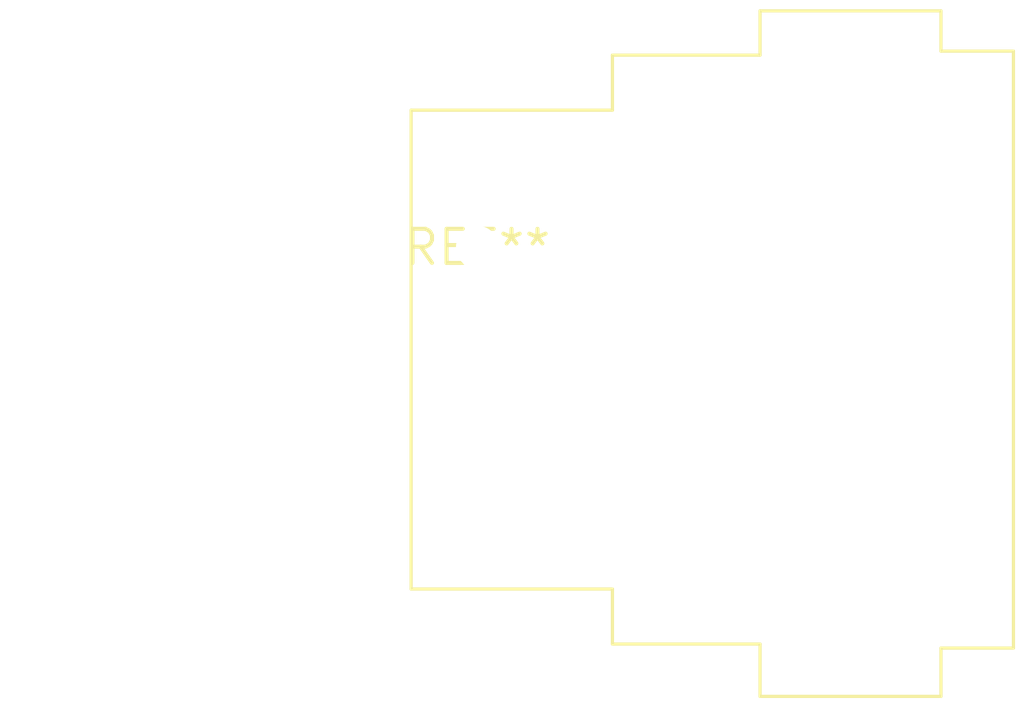
<source format=kicad_pcb>
(kicad_pcb (version 20240108) (generator pcbnew)
  (layers (0 "F.Cu" signal) (31 "B.Cu" signal) (34 "B.Paste" user) (35 "F.Paste" user) (36 "B.SilkS" user "B.Silkscreen") (37 "F.SilkS" user "F.Silkscreen") (38 "B.Mask" user) (39 "F.Mask" user) (44 "Edge.Cuts" user))
  (net 0 "")
  (footprint "Jack_XLR_Neutrik_NC5FAH_Horizontal" (layer "F.Cu") (at 0 0)
    (property "Reference" "REF**")
    (property "Value" "Jack_XLR_Neutrik_NC5FAH_Horizontal")
    (fp_line (start -2.47 -5.11) (end -2.47 12.73) (layer "F.SilkS") (stroke (width 0.12)))
    (fp_line (start 5.03 -5.11) (end -2.47 -5.11) (layer "F.SilkS") (stroke (width 0.12)))
    (fp_line (start 5.03 -5.11) (end 5.03 -7.16) (layer "F.SilkS") (stroke (width 0.12)))
    (fp_line (start 5.03 12.73) (end -2.47 12.73) (layer "F.SilkS") (stroke (width 0.12)))
    (fp_line (start 5.03 12.73) (end 5.03 14.78) (layer "F.SilkS") (stroke (width 0.12)))
    (fp_line (start 10.53 -7.16) (end 5.03 -7.16) (layer "F.SilkS") (stroke (width 0.12)))
    (fp_line (start 10.53 -7.16) (end 10.53 -8.81) (layer "F.SilkS") (stroke (width 0.12)))
    (fp_line (start 10.53 14.78) (end 5.03 14.78) (layer "F.SilkS") (stroke (width 0.12)))
    (fp_line (start 10.53 16.73) (end 10.53 14.78) (layer "F.SilkS") (stroke (width 0.12)))
    (fp_line (start 17.27 -8.81) (end 10.53 -8.81) (layer "F.SilkS") (stroke (width 0.12)))
    (fp_line (start 17.27 -8.81) (end 17.27 -7.31) (layer "F.SilkS") (stroke (width 0.12)))
    (fp_line (start 17.27 -7.31) (end 19.97 -7.31) (layer "F.SilkS") (stroke (width 0.12)))
    (fp_line (start 17.27 14.93) (end 17.27 16.73) (layer "F.SilkS") (stroke (width 0.12)))
    (fp_line (start 17.27 14.93) (end 19.97 14.93) (layer "F.SilkS") (stroke (width 0.12)))
    (fp_line (start 17.27 16.73) (end 10.53 16.73) (layer "F.SilkS") (stroke (width 0.12)))
    (fp_line (start 19.97 -7.31) (end 19.97 14.93) (layer "F.SilkS") (stroke (width 0.12)))
    (pad "" np_thru_hole circle (at 8.26 7.62) (size 1.6 1.6) (drill 1.6) (layers *.Cu *.Mask))
    (pad "" np_thru_hole circle (at 13.34 0) (size 1.6 1.6) (drill 1.6) (layers *.Cu *.Mask))
    (pad "1" thru_hole circle (at 0 0) (size 3.4 3.4) (drill 1.6) (layers *.Cu *.Mask) (remove_unused_layers))
    (pad "2" thru_hole circle (at 3.815 3.81) (size 2.9 2.9) (drill 1.2) (layers *.Cu *.Mask) (remove_unused_layers))
    (pad "3" thru_hole circle (at 0 3.81) (size 2.9 2.9) (drill 1.2) (layers *.Cu *.Mask) (remove_unused_layers))
    (pad "4" thru_hole circle (at 3.815 10.79) (size 2.9 2.9) (drill 1.2) (layers *.Cu *.Mask) (remove_unused_layers))
    (pad "5" thru_hole circle (at 0 7.62) (size 3.4 3.4) (drill 1.6) (layers *.Cu *.Mask) (remove_unused_layers))
    (pad "G" thru_hole circle (at 10.17 -4.44) (size 2.9 2.9) (drill 1.2) (layers *.Cu *.Mask) (remove_unused_layers))
  )
)
</source>
